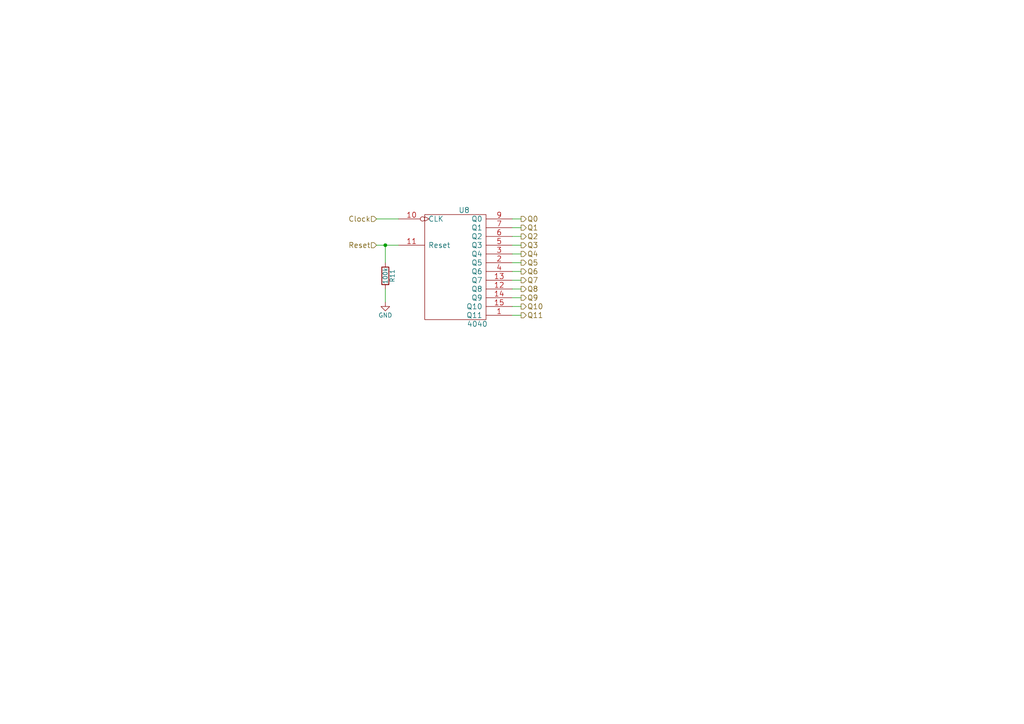
<source format=kicad_sch>
(kicad_sch (version 20231120) (generator "eeschema") (generator_version "8.0")
  (paper "A4")
  (lib_symbols
    (symbol "logic_noise_playground-rescue:4040" (pin_names (offset 1.016))
      (property "Reference" "U" (at 2.54 16.51 0))
      (property "Value" "4040" (at 6.35 -16.51 0))
      (symbol "4040_0_0"
        (pin power_in line (at 0 15.24 270) (length 0) hide (name "VDD") (number "16"))
        (pin power_in line (at 0 -15.24 90) (length 0) hide (name "VSS") (number "8"))
      )
      (symbol "4040_0_1"
        (rectangle (start -8.89 15.24) (end 8.89 -15.24))
      )
      (symbol "4040_1_1"
        (pin output line (at 16.51 -13.97 180) (length 7.62) (name "Q11") (number "1"))
        (pin input inverted_clock (at -16.51 13.97 0) (length 7.62) (name "CLK") (number "10"))
        (pin input line (at -16.51 6.35 0) (length 7.62) (name "Reset") (number "11"))
        (pin output line (at 16.51 -6.35 180) (length 7.62) (name "Q8") (number "12"))
        (pin output line (at 16.51 -3.81 180) (length 7.62) (name "Q7") (number "13"))
        (pin output line (at 16.51 -8.89 180) (length 7.62) (name "Q9") (number "14"))
        (pin output line (at 16.51 -11.43 180) (length 7.62) (name "Q10") (number "15"))
        (pin output line (at 16.51 1.27 180) (length 7.62) (name "Q5") (number "2"))
        (pin output line (at 16.51 3.81 180) (length 7.62) (name "Q4") (number "3"))
        (pin output line (at 16.51 -1.27 180) (length 7.62) (name "Q6") (number "4"))
        (pin output line (at 16.51 6.35 180) (length 7.62) (name "Q3") (number "5"))
        (pin output line (at 16.51 8.89 180) (length 7.62) (name "Q2") (number "6"))
        (pin output line (at 16.51 11.43 180) (length 7.62) (name "Q1") (number "7"))
        (pin output line (at 16.51 13.97 180) (length 7.62) (name "Q0") (number "9"))
      )
    )
    (symbol "logic_noise_playground-rescue:GND" (power) (pin_names (offset 0))
      (property "Value" "GND" (at 0 -3.81 0))
      (symbol "GND_0_1"
        (polyline (pts (xy 0 0) (xy 0 -1.27) (xy 1.27 -1.27) (xy 0 -2.54) (xy -1.27 -1.27) (xy 0 -1.27)))
      )
      (symbol "GND_1_1"
        (pin power_in line (at 0 0 270) (length 0) hide (name "GND") (number "1"))
      )
    )
    (symbol "logic_noise_playground-rescue:R" (pin_numbers hide) (pin_names (offset 0))
      (property "Reference" "R" (at 2.032 0 90))
      (property "Value" "R" (at 0 0 90))
      (symbol "R_0_1"
        (rectangle (start -1.016 -2.54) (end 1.016 2.54) (stroke (width 0.254)))
      )
      (symbol "R_1_1"
        (pin passive line (at 0 3.81 270) (length 1.27) (name "~") (number "1"))
        (pin passive line (at 0 -3.81 90) (length 1.27) (name "~") (number "2"))
      )
    )
  )
  (junction (at 111.76 71.12))
  (wire (pts (xy 151.13 66.04) (xy 148.59 66.04)))
  (wire (pts (xy 151.13 76.2) (xy 148.59 76.2)))
  (wire (pts (xy 111.76 76.2) (xy 111.76 71.12)))
  (wire (pts (xy 109.22 71.12) (xy 111.76 71.12)))
  (wire (pts (xy 151.13 63.5) (xy 148.59 63.5)))
  (wire (pts (xy 151.13 83.82) (xy 148.59 83.82)))
  (wire (pts (xy 111.76 83.82) (xy 111.76 87.63)))
  (wire (pts (xy 151.13 81.28) (xy 148.59 81.28)))
  (wire (pts (xy 151.13 91.44) (xy 148.59 91.44)))
  (wire (pts (xy 151.13 88.9) (xy 148.59 88.9)))
  (wire (pts (xy 109.22 63.5) (xy 115.57 63.5)))
  (wire (pts (xy 151.13 68.58) (xy 148.59 68.58)))
  (wire (pts (xy 111.76 71.12) (xy 115.57 71.12)))
  (wire (pts (xy 151.13 73.66) (xy 148.59 73.66)))
  (wire (pts (xy 151.13 78.74) (xy 148.59 78.74)))
  (wire (pts (xy 151.13 71.12) (xy 148.59 71.12)))
  (wire (pts (xy 151.13 86.36) (xy 148.59 86.36)))
  (hierarchical_label "Q10" (shape output) (at 151.13 88.9 0) (effects (font (size 1.524 1.524))))
  (hierarchical_label "Q6" (shape output) (at 151.13 78.74 0) (effects (font (size 1.524 1.524))))
  (hierarchical_label "Q4" (shape output) (at 151.13 73.66 0) (effects (font (size 1.524 1.524))))
  (hierarchical_label "Q3" (shape output) (at 151.13 71.12 0) (effects (font (size 1.524 1.524))))
  (hierarchical_label "Q7" (shape output) (at 151.13 81.28 0) (effects (font (size 1.524 1.524))))
  (hierarchical_label "Q8" (shape output) (at 151.13 83.82 0) (effects (font (size 1.524 1.524))))
  (hierarchical_label "Reset" (shape input) (at 109.22 71.12 180) (effects (font (size 1.524 1.524))))
  (hierarchical_label "Q1" (shape output) (at 151.13 66.04 0) (effects (font (size 1.524 1.524))))
  (hierarchical_label "Q9" (shape output) (at 151.13 86.36 0) (effects (font (size 1.524 1.524))))
  (hierarchical_label "Q2" (shape output) (at 151.13 68.58 0) (effects (font (size 1.524 1.524))))
  (hierarchical_label "Clock" (shape input) (at 109.22 63.5 180) (effects (font (size 1.524 1.524))))
  (hierarchical_label "Q11" (shape output) (at 151.13 91.44 0) (effects (font (size 1.524 1.524))))
  (hierarchical_label "Q0" (shape output) (at 151.13 63.5 0) (effects (font (size 1.524 1.524))))
  (hierarchical_label "Q5" (shape output) (at 151.13 76.2 0) (effects (font (size 1.524 1.524))))
  (symbol (lib_id "logic_noise_playground-rescue:4040") (at 132.08 77.47 0) (unit 1)
    (property "Reference" "U8" (at 134.62 60.96 0) (effects (font (size 1.524 1.524))))
    (property "Value" "4040" (at 138.43 93.98 0) (effects (font (size 1.524 1.524))))
    (property "Footprint" "Housings_DIP:DIP-16__300_ELL" (effects (hide yes)))
  )
  (symbol (lib_id "logic_noise_playground-rescue:R") (at 111.76 80.01 0) (unit 1)
    (property "Reference" "R11" (at 113.792 80.01 90))
    (property "Value" "100k" (at 111.76 80.01 90))
    (property "Footprint" "Resistors_ThroughHole:Resistor_Horizontal_RM10mm" (effects (hide yes)))
  )
  (symbol (lib_id "logic_noise_playground-rescue:GND") (at 111.76 87.63 0) (unit 1)
    (property "Reference" "#PWR036" (effects (hide yes)))
    (property "Value" "GND" (at 111.76 91.44 0))
  )
)
</source>
